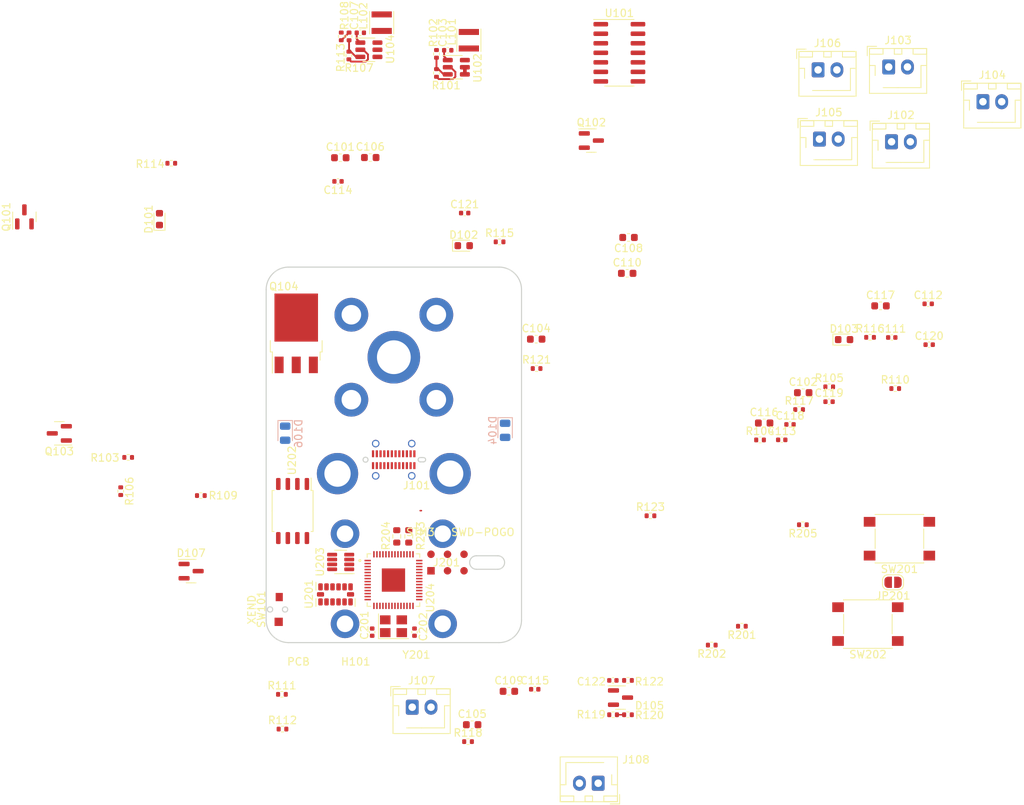
<source format=kicad_pcb>
(kicad_pcb (version 20211014) (generator pcbnew)
  (layers (0 "F.Cu" signal) (31 "B.Cu" signal) (34 "B.Paste" user) (35 "F.Paste" user) (36 "B.SilkS" user "B.Silkscreen") (37 "F.SilkS" user "F.Silkscreen") (38 "B.Mask" user) (39 "F.Mask" user) (44 "Edge.Cuts" user))
  (net 0 "")
  (net 1 "VBUS")
  (net 2 "GND")
  (net 3 "Net-(C103-Pad1)")
  (net 4 "/5Vsw")
  (net 5 "+5V")
  (net 6 "Net-(C107-Pad1)")
  (net 7 "/3v3sw")
  (net 8 "+3V3")
  (net 9 "XEND")
  (net 10 "THERM0_MCU")
  (net 11 "XIN")
  (net 12 "XOUT")
  (net 13 "Net-(D101-Pad2)")
  (net 14 "Net-(D102-Pad2)")
  (net 15 "Net-(D103-Pad2)")
  (net 16 "LED")
  (net 17 "Net-(D104-Pad2)")
  (net 18 "Net-(D105-Pad3)")
  (net 19 "Net-(D106-Pad2)")
  (net 22 "USB_P")
  (net 23 "USB_M")
  (net 27 "PARTFAN")
  (net 28 "CAN_HI")
  (net 29 "CAN_LO")
  (net 30 "HEFAN")
  (net 31 "HEATER")
  (net 32 "THERM0")
  (net 33 "SWD")
  (net 34 "RUN")
  (net 36 "SWCLK")
  (net 37 "Net-(JP201-Pad1)")
  (net 38 "Net-(Q101-Pad1)")
  (net 39 "Net-(Q102-Pad1)")
  (net 40 "Net-(Q103-Pad1)")
  (net 41 "Net-(Q104-Pad1)")
  (net 42 "Net-(R101-Pad1)")
  (net 43 "Net-(R103-Pad1)")
  (net 44 "Net-(R105-Pad1)")
  (net 45 "Net-(R107-Pad1)")
  (net 46 "Net-(R108-Pad2)")
  (net 47 "Net-(R109-Pad1)")
  (net 48 "Net-(R111-Pad1)")
  (net 49 "Net-(R118-Pad2)")
  (net 50 "Net-(R203-Pad1)")
  (net 51 "Net-(R204-Pad1)")
  (net 52 "Net-(R205-Pad2)")
  (net 53 "QSPI_SCLK")
  (net 54 "HEFAN_MCU")
  (net 55 "PARTFAN_MCU")
  (net 56 "LED_MCU")
  (net 57 "HEATER_MCU")
  (net 59 "SPI1_CS_ADXL")
  (net 60 "ADXL_INT1")
  (net 64 "SPI1_RX")
  (net 65 "SPI1_TX")
  (net 66 "SPI1_SCK")
  (net 67 "QSPI_CS")
  (net 68 "QSPI_D1")
  (net 69 "QSPI_D2")
  (net 70 "QSPI_D0")
  (net 71 "QSPI_D3")
  (net 72 "CAN_TX")
  (net 73 "CAN_RX")
  (net 77 "Net-(U204-Pad23)")
  (net 78 "SWCWLK")
  (net 80 "UART0_TX")
  (net 81 "UART0_RX")
  (net 82 "I2C1_SDA")
  (net 83 "I2C1_SCLK")
  (footprint "Capacitor_SMD:C_0603_1608Metric" (layer "F.Cu") (at 141.605 59.7408)
    (fp_text reference "C110")
    (fp_text value "10uF")
  )
  (footprint "Resistor_SMD:R_0402_1005Metric" (layer "F.Cu") (at 104.5718 28.194 90)
    (fp_text reference "R108")
    (fp_text value "27k")
  )
  (footprint "Package_LGA:LGA-14_3x5mm_P0.8mm_LayoutBorder1x6y" (layer "F.Cu") (at 102.7684 102.489 -90)
    (fp_text reference "U201")
    (fp_text value "ADXL345")
  )
  (footprint "Connector_JST:JST_XH_B2B-XH-AM_1x02_P2.50mm_Vertical" (layer "F.Cu") (at 167.025 32.6474)
    (fp_text reference "J106")
    (fp_text value "HEFAN")
  )
  (footprint "Capacitor_SMD:C_0402_1005Metric" (layer "F.Cu") (at 181.8132 69.2404)
    (fp_text reference "C120")
    (fp_text value "0.1uF")
  )
  (footprint "LED_SMD:LED_0603_1608Metric" (layer "F.Cu") (at 170.4824 68.5634)
    (fp_text reference "D103")
    (fp_text value "LED")
  )
  (footprint "Capacitor_SMD:C_0603_1608Metric" (layer "F.Cu") (at 107.3912 44.323)
    (fp_text reference "C106")
    (fp_text value "10uF")
  )
  (footprint "Capacitor_SMD:C_0603_1608Metric" (layer "F.Cu") (at 175.3324 64.0734)
    (fp_text reference "C117")
    (fp_text value "10uF")
  )
  (footprint "Resistor_SMD:R_0603_1608Metric" (layer "F.Cu") (at 110.9218 94.7674 90)
    (fp_text reference "R204")
    (fp_text value "27R")
  )
  (footprint "Capacitor_SMD:C_0402_1005Metric" (layer "F.Cu") (at 103.0986 47.498 180)
    (fp_text reference "C114")
    (fp_text value "0.1uF")
  )
  (footprint "Capacitor_SMD:C_0402_1005Metric" (layer "F.Cu") (at 163.2824 79.8634)
    (fp_text reference "C118")
    (fp_text value "1uF")
  )
  (footprint "Package_TO_SOT_SMD:SOT-23" (layer "F.Cu") (at 83.5406 99.3902)
    (fp_text reference "D107")
    (fp_text value "3V3")
  )
  (footprint "Capacitor_SMD:C_0603_1608Metric" (layer "F.Cu") (at 159.8424 79.6734)
    (fp_text reference "C116")
    (fp_text value "10uF")
  )
  (footprint "Connector_JST:JST_XH_B2B-XH-AM_1x02_P2.50mm_Vertical" (layer "F.Cu") (at 167.2028 41.8676)
    (fp_text reference "J105")
    (fp_text value "CANBUS")
  )
  (footprint "matei:918-418K2022Y40004" (layer "F.Cu") (at 110.5154 84.5566)
    (fp_text reference "J101")
    (fp_text value "918-418K2022Y40004" hide)
    (fp_line (start 3.96 -0.29) (end 3.54 -0.29) (layer "Edge.Cuts") (width 0.15))
    (fp_line (start 3.54 0.29) (end 3.96 0.29) (layer "Edge.Cuts") (width 0.15))
    (fp_arc (start 3.54 0.29) (mid 3.25 0) (end 3.54 -0.29) (layer "Edge.Cuts") (width 0.15))
    (fp_arc (start 3.96 -0.29) (mid 4.25 0) (end 3.96 0.29) (layer "Edge.Cuts") (width 0.15))
    (fp_circle (center -3.75 0) (end -4.08 0) (layer "Edge.Cuts") (width 0.15) (fill none))
  )
  (footprint "Resistor_SMD:R_0402_1005Metric" (layer "F.Cu") (at 116.2105 33.0606 -90)
    (fp_text reference "R101")
    (fp_text value "10k")
  )
  (footprint "Package_TO_SOT_SMD:SOT-23" (layer "F.Cu") (at 140.716 116.2304)
    (fp_text reference "D105")
    (fp_text value "BAV99")
  )
  (footprint "Resistor_SMD:R_0402_1005Metric" (layer "F.Cu") (at 141.7066 118.5164 180)
    (fp_text reference "R120")
    (fp_text value "2.4k")
  )
  (footprint "Capacitor_SMD:C_0603_1608Metric" (layer "F.Cu") (at 141.7828 54.9656 180)
    (fp_text reference "C108")
    (fp_text value "10uF")
  )
  (footprint "Resistor_SMD:R_0402_1005Metric" (layer "F.Cu") (at 159.2924 81.9234)
    (fp_text reference "R104")
    (fp_text value "10k")
  )
  (footprint "Resistor_SMD:R_0402_1005Metric" (layer "F.Cu") (at 156.8748 106.7306 180)
    (fp_text reference "R201")
    (fp_text value "120R")
  )
  (footprint "Package_SO:SOIC-14_3.9x8.7mm_P1.27mm" (layer "F.Cu") (at 140.5636 30.3784)
    (fp_text reference "U101")
    (fp_text value "74LS125")
  )
  (footprint "Resistor_SMD:R_0402_1005Metric" (layer "F.Cu") (at 152.8648 109.2406 180)
    (fp_text reference "R202")
    (fp_text value "10k")
  )
  (footprint "LED_SMD:LED_0603_1608Metric" (layer "F.Cu") (at 79.3242 52.5272 90)
    (fp_text reference "D101")
    (fp_text value "LED")
  )
  (footprint "Package_SO:SOIC-8_5.23x5.23mm_P1.27mm" (layer "F.Cu") (at 97.0534 91.3892 -90)
    (fp_text reference "U202")
    (fp_text value "W25Q32JVSS")
  )
  (footprint "Crystal:Crystal_SMD_3225-4Pin_3.2x2.5mm" (layer "F.Cu") (at 110.49 106.7308)
    (fp_text reference "Y201")
    (fp_text value "12MHz")
  )
  (footprint "Capacitor_SMD:C_0402_1005Metric" (layer "F.Cu") (at 139.7 113.9444)
    (fp_text reference "C122")
    (fp_text value "0.1uF")
  )
  (footprint "Package_TO_SOT_SMD:TO-252-3_TabPin2" (layer "F.Cu") (at 97.537 67.7322 90)
    (fp_text reference "Q104")
    (fp_text value "NCE6020AK")
  )
  (footprint "Resistor_SMD:R_0402_1005Metric" (layer "F.Cu") (at 144.7038 92.0242)
    (fp_text reference "R123")
    (fp_text value "1k")
  )
  (footprint "Resistor_SMD:R_0402_1005Metric" (layer "F.Cu") (at 141.7066 113.9444)
    (fp_text reference "R122")
    (fp_text value "2.4k")
  )
  (footprint "matei:SWD_pogo_landing" (layer "F.Cu") (at 117.6799 98.2472 90)
    (fp_text reference "J201")
    (fp_text value "STM32-SWD-POGO")
    (fp_line (start -0.9 3.85) (end -0.9 6.7) (layer "Edge.Cuts") (width 0.15))
    (fp_line (start 0.9 6.7) (end 0.9 3.85) (layer "Edge.Cuts") (width 0.15))
    (fp_arc (start 0.9 6.7) (mid 0 7.6) (end -0.9 6.7) (layer "Edge.Cuts") (width 0.15))
    (fp_arc (start -0.9 3.85) (mid 0 2.95) (end 0.9 3.85) (layer "Edge.Cuts") (width 0.15))
  )
  (footprint "matei:QFN40P700X700X90-57N" (layer "F.Cu") (at 110.4831 100.584)
    (fp_text reference "U204")
    (fp_text value "RP2040")
  )
  (footprint "Package_TO_SOT_SMD:SOT-23-6" (layer "F.Cu") (at 118.8521 32.2986)
    (fp_text reference "U102")
    (fp_text value "RY8310")
  )
  (footprint "Resistor_SMD:R_0402_1005Metric" (layer "F.Cu") (at 164.4924 77.8834)
    (fp_text reference "R117")
    (fp_text value "24k")
  )
  (footprint "Capacitor_SMD:C_0603_1608Metric" (layer "F.Cu") (at 125.8524 115.3934)
    (fp_text reference "C109")
    (fp_text value "10uF")
  )
  (footprint "Capacitor_SMD:C_0603_1608Metric" (layer "F.Cu") (at 165.0424 75.6334)
    (fp_text reference "C102")
    (fp_text value "10uF")
  )
  (footprint "Package_TO_SOT_SMD:SOT-23-6" (layer "F.Cu") (at 107.2134 29.972)
    (fp_text reference "U104")
    (fp_text value "RY8310")
  )
  (footprint "Resistor_SMD:R_0402_1005Metric" (layer "F.Cu") (at 173.9424 68.2634)
    (fp_text reference "R116")
    (fp_text value "DNP")
  )
  (footprint "Capacitor_SMD:C_0603_1608Metric" (layer "F.Cu") (at 103.4034 44.3484)
    (fp_text reference "C101")
    (fp_text value "10uF")
  )
  (footprint "Resistor_SMD:R_0402_1005Metric" (layer "F.Cu") (at 80.899 45.085)
    (fp_text reference "R114")
    (fp_text value "3.3k")
  )
  (footprint "LED_SMD:LED_0603_1608Metric" (layer "F.Cu") (at 119.8372 56.0578)
    (fp_text reference "D102")
    (fp_text value "LED")
  )
  (footprint "Resistor_SMD:R_0402_1005Metric" (layer "F.Cu") (at 95.7072 120.4214)
    (fp_text reference "R112")
    (fp_text value "10k")
  )
  (footprint "Resistor_SMD:R_0402_1005Metric" (layer "F.Cu") (at 104.5464 30.734 -90)
    (fp_text reference "R107")
    (fp_text value "10k")
  )
  (footprint "Resistor_SMD:R_0402_1005Metric" (layer "F.Cu") (at 75.1586 84.2518 180)
    (fp_text reference "R103")
    (fp_text value "120R")
  )
  (footprint "Capacitor_SMD:C_0402_1005Metric" (layer "F.Cu") (at 113.284 107.5182 -90)
    (fp_text reference "C202")
    (fp_text value "20pF")
  )
  (footprint "Capacitor_SMD:C_0603_1608Metric" (layer "F.Cu") (at 120.9624 119.8434)
    (fp_text reference "C105")
    (fp_text value "10uF")
  )
  (footprint "Resistor_SMD:R_0402_1005Metric" (layer "F.Cu") (at 164.9984 93.218 180)
    (fp_text reference "R205")
    (fp_text value "1k")
  )
  (footprint "Resistor_SMD:R_0402_1005Metric" (layer "F.Cu") (at 168.5024 74.8534)
    (fp_text reference "R105")
    (fp_text value "120R")
  )
  (footprint "Resistor_SMD:R_0402_1005Metric" (layer "F.Cu") (at 120.4124 122.0934)
    (fp_text reference "R118")
    (fp_text value "120R")
  )
  (footprint "Connector_JST:JST_XH_B2B-XH-AM_1x02_P2.50mm_Vertical" (layer "F.Cu") (at 188.9706 36.8892)
    (fp_text reference "J104")
    (fp_text value "PARTFAN_B")
  )
  (footprint "Capacitor_SMD:C_0402_1005Metric" (layer "F.Cu") (at 107.6452 107.5182 -90)
    (fp_text reference "C201")
    (fp_text value "20pF" hide)
  )
  (footprint "Capacitor_SMD:C_0402_1005Metric" (layer "F.Cu") (at 129.2924 115.1234)
    (fp_text reference "C115")
    (fp_text value "0.1uF")
  )
  (footprint "Package_TO_SOT_SMD:SOT-23" (layer "F.Cu") (at 65.9892 81.0514 180)
    (fp_text reference "Q103")
    (fp_text value "AO3400A")
  )
  (footprint "Capacitor_SMD:C_0402_1005Metric" (layer "F.Cu") (at 119.9642 51.7144)
    (fp_text reference "C121")
    (fp_text value "0.1uF")
  )
  (footprint "Capacitor_SMD:C_0603_1608Metric" (layer "F.Cu") (at 129.4892 68.5038)
    (fp_text reference "C104")
    (fp_text value "10uF")
  )
  (footprint "Button_Switch_SMD:SW_Push_1P1T_NO_6x6mm_H9.5mm" (layer "F.Cu") (at 173.6548 106.4456 180)
    (fp_text reference "SW202")
    (fp_text value "BOOTSEL")
  )
  (footprint "Capacitor_SMD:C_0402_1005Metric" (layer "F.Cu") (at 117.7091 30.038)
    (fp_text reference "C103")
    (fp_text value "0.1uF")
  )
  (footprint "Package_TO_SOT_SMD:SOT-23" (layer "F.Cu") (at 136.8298 42.0624)
    (fp_text reference "Q102")
    (fp_text value "AO3400A")
  )
  (footprint "Resistor_SMD:R_0402_1005Metric" (layer "F.Cu") (at 129.54 72.4154)
    (fp_text reference "R121")
    (fp_text value "1k")
  )
  (footprint "Resistor_SMD:R_0402_1005Metric" (layer "F.Cu") (at 95.631 115.7986)
    (fp_text reference "R111")
    (fp_text value "120R")
  )
  (footprint "matei:D3SH-boss" (layer "F.Cu") (at 96.8502 104.4956 90)
    (fp_text reference "SW101")
    (fp_text value "XEND")
    (fp_circle (center 0 -0.8) (end -0.35 -0.8) (layer "Edge.Cuts") (width 0.15) (fill none))
    (fp_circle (center 0 -2.8) (end -0.35 -2.8) (layer "Edge.Cuts") (width 0.15) (fill none))
  )
  (footprint "Resistor_SMD:R_0402_1005Metric" (layer "F.Cu") (at 124.6124 55.5498)
    (fp_text reference "R115")
    (fp_text value "5.1k")
  )
  (footprint "Package_TO_SOT_SMD:SOT-23" (layer "F.Cu") (at 61.341 52.2224 90)
    (fp_text reference "Q101")
    (fp_text value "AO3400A")
  )
  (footprint "Resistor_SMD:R_0402_1005Metric" (layer "F.Cu") (at 139.7254 118.5164)
    (fp_text reference "R119")
    (fp_text value "4.7k")
  )
  (footprint "Resistor_SMD:R_0402_1005Metric" (layer "F.Cu") (at 74.168 88.7476 -90)
    (fp_text reference "R106")
    (fp_text value "10k")
  )
  (footprint "Jumper:SolderJumper-2_P1.3mm_Open_RoundedPad1.0x1.5mm" (layer "F.Cu") (at 177.0048 100.8806 180)
    (fp_text reference "JP201")
    (fp_text value "node term")
  )
  (footprint "Resistor_SMD:R_0402_1005Metric" (layer "F.Cu") (at 103.5304 28.194 90)
    (fp_text reference "R113")
    (fp_text value "3.9k")
  )
  (footprint "Capacitor_SMD:C_0402_1005Metric" (layer "F.Cu") (at 181.6824 63.8034)
    (fp_text reference "C112")
    (fp_text value "0.1uF")
  )
  (footprint "Capacitor_SMD:C_0402_1005Metric" (layer "F.Cu") (at 162.1824 81.9134)
    (fp_text reference "C113")
    (fp_text value "1uF")
  )
  (footprint "matei:v0-carriage-board" (layer "F.Cu") (at 110.5338 108.9108)
    (fp_text reference "H101")
    (fp_text value "PCB")
    (fp_line (start -14 -50) (end 14 -50) (layer "Edge.Cuts") (width 0.15))
    (fp_line (start 14 0) (end -14 0) (layer "Edge.Cuts") (width 0.15))
    (fp_line (start -17 -3) (end -17 -47) (layer "Edge.Cuts") (width 0.15))
    (fp_line (start 17 -47) (end 17 -3) (layer "Edge.Cuts") (width 0.15))
    (fp_arc (start -14 0) (mid -16.12132 -0.87868) (end -17 -3) (layer "Edge.Cuts") (width 0.15))
    (fp_arc (start 17 -3) (mid 16.12132 -0.87868) (end 14 0) (layer "Edge.Cuts") (width 0.15))
    (fp_arc (start -17 -47) (mid -16.12132 -49.12132) (end -14 -50) (layer "Edge.Cuts") (width 0.15))
    (fp_arc (start 14 -50) (mid 16.12132 -49.12132) (end 17 -47) (layer "Edge.Cuts") (width 0.15))
  )
  (footprint "Resistor_SMD:R_0603_1608Metric" (layer "F.Cu") (at 112.522 94.7674 90)
    (fp_text reference "R203")
    (fp_text value "27R")
  )
  (footprint "Connector_JST:JST_XH_B2B-XH-AM_1x02_P2.50mm_Vertical" (layer "F.Cu") (at 176.804 42.2232)
    (fp_text reference "J102")
    (fp_text value "POWER")
  )
  (footprint "Capacitor_SMD:C_0402_1005Metric" (layer "F.Cu") (at 106.0704 27.7114)
    (fp_text reference "C107")
    (fp_text value "0.1uF")
  )
  (footprint "Button_Switch_SMD:SW_Push_1P1T_NO_6x6mm_H9.5mm" (layer "F.Cu") (at 177.8548 95.0756 180)
    (fp_text reference "SW201")
    (fp_text value "RESET")
  )
  (footprint "Connector_JST:JST_XH_B2B-XH-AM_1x02_P2.50mm_Vertical" (layer "F.Cu") (at 112.9824 117.5134)
    (fp_text reference "J107")
    (fp_text value "HEATER")
  )
  (footprint "Inductor_SMD:L_Taiyo-Yuden_NR-30xx" (layer "F.Cu") (at 108.9152 26.3652 90)
    (fp_text reference "L102")
    (fp_text value "4.7uH")
  )
  (footprint "Capacitor_SMD:C_0402_1005Metric" (layer "F.Cu") (at 168.4824 76.8334)
    (fp_text reference "C119")
    (fp_text value "1uF")
  )
  (footprint "Package_TO_SOT_SMD:SOT-23-8" (layer "F.Cu") (at 103.4542 98.171 180)
    (fp_text reference "U203")
    (fp_text value "MAX3051")
  )
  (footprint "Resistor_SMD:R_0402_1005Metric" (layer "F.Cu") (at 116.2105 30.5206 90)
    (fp_text reference "R102")
    (fp_text value "51k")
  )
  (footprint "Connector_JST:JST_XH_B2B-XH-AM_1x02_P2.50mm_Vertical" (layer "F.Cu") (at 176.423 32.2664)
    (fp_text reference "J103")
    (fp_text value "PARTFAN_A")
  )
  (footprint "Capacitor_SMD:C_0402_1005Metric" (layer "F.Cu") (at 176.8324 68.2834)
    (fp_text reference "C111")
    (fp_text value "1uF")
  )
  (footprint "Connector_JST:JST_XH_B2B-XH-AM_1x02_P2.50mm_Vertical" (layer "F.Cu") (at 137.7442 127.635 180)
    (fp_text reference "J108")
    (fp_text value "THERM0")
  )
  (footprint "Resistor_SMD:R_0402_1005Metric" (layer "F.Cu") (at 177.292 75.0824)
    (fp_text reference "R110")
    (fp_text value "10k")
  )
  (footprint "Resistor_SMD:R_0402_1005Metric" (layer "F.Cu") (at 84.836 89.3318 180)
    (fp_text reference "R109")
    (fp_text value "120R")
  )
  (footprint "Inductor_SMD:L_Taiyo-Yuden_NR-30xx" (layer "F.Cu") (at 120.523 28.702 90)
    (fp_text reference "L101")
    (fp_text value "4.7uH")
  )
  (footprint "LED_SMD:LED_0805_2012Metric" (layer "B.Cu") (at 125.349 80.645 -90)
    (fp_text reference "D104")
    (fp_text value "LED")
  )
  (footprint "LED_SMD:LED_0805_2012Metric" (layer "B.Cu") (at 96.0628 81.026 -90)
    (fp_text reference "D106")
    (fp_text value "LED")
  )
  (segment (start 119.9896 32.2986) (end 119.9896 33.2486) (width 0.5) (layer "F.Cu") (net 1))
  (segment (start 106.0759 29.972) (end 106.460151 29.972) (width 0.25) (layer "F.Cu") (net 2))
  (segment (start 117.7146 32.2986) (end 118.098851 32.2986) (width 0.25) (layer "F.Cu") (net 2))
  (segment (start 118.098851 32.2986) (end 118.7251 32.924849) (width 0.25) (layer "F.Cu") (net 2))
  (segment (start 107.0864 31.245751) (end 106.785351 31.5468) (width 0.25) (layer "F.Cu") (net 2))
  (segment (start 116.5135 33.8736) (end 116.2105 33.5706) (width 0.25) (layer "F.Cu") (net 2))
  (segment (start 118.7251 33.572351) (end 118.423851 33.8736) (width 0.25) (layer "F.Cu") (net 2))
  (segment (start 104.8492 31.5468) (end 104.5464 31.244) (width 0.25) (layer "F.Cu") (net 2))
  (segment (start 118.7251 32.924849) (end 118.7251 33.572351) (width 0.25) (layer "F.Cu") (net 2))
  (segment (start 118.423851 33.8736) (end 116.5135 33.8736) (width 0.25) (layer "F.Cu") (net 2))
  (segment (start 106.460151 29.972) (end 107.0864 30.598249) (width 0.25) (layer "F.Cu") (net 2))
  (segment (start 107.0864 30.598249) (end 107.0864 31.245751) (width 0.25) (layer "F.Cu") (net 2))
  (segment (start 106.785351 31.5468) (end 104.8492 31.5468) (width 0.25) (layer "F.Cu") (net 2))
  (segment (start 117.2291 30.8631) (end 117.7146 31.3486) (width 0.25) (layer "F.Cu") (net 3))
  (segment (start 117.2291 30.038) (end 117.2291 30.8631) (width 0.25) (layer "F.Cu") (net 3))
  (segment (start 106.0759 29.022) (end 105.5904 28.5365) (width 0.25) (layer "F.Cu") (net 6))
  (segment (start 105.5904 28.5365) (end 105.5904 27.7114) (width 0.25) (layer "F.Cu") (net 6))
  (segment (start 140.2354 118.5164) (end 141.1966 118.5164) (width 0.2) (layer "F.Cu") (net 32))
  (segment (start 116.4625 32.5506) (end 117.1605 33.2486) (width 0.25) (layer "F.Cu") (net 42))
  (segment (start 116.2105 31.0306) (end 116.2105 32.5506) (width 0.25) (layer "F.Cu") (net 42))
  (segment (start 117.1605 33.2486) (end 117.7146 33.2486) (width 0.25) (layer "F.Cu") (net 42))
  (segment (start 116.2105 32.5506) (end 116.4625 32.5506) (width 0.25) (layer "F.Cu") (net 42))
  (segment (start 104.5718 28.704) (end 104.5718 30.1986) (width 0.25) (layer "F.Cu") (net 45))
  (segment (start 105.4964 30.922) (end 106.0759 30.922) (width 0.25) (layer "F.Cu") (net 45))
  (segment (start 104.5464 30.224) (end 104.7984 30.224) (width 0.25) (layer "F.Cu") (net 45))
  (segment (start 104.5718 30.1986) (end 104.5464 30.224) (width 0.25) (layer "F.Cu") (net 45))
  (segment (start 104.7984 30.224) (end 105.4964 30.922) (width 0.25) (layer "F.Cu") (net 45))
  (segment (start 103.5518 28.704) (end 104.5718 27.684) (width 0.25) (layer "F.Cu") (net 46))
  (segment (start 103.5304 28.704) (end 103.5518 28.704) (width 0.25) (layer "F.Cu") (net 46))
  (segment (start 114.0392 91.3384) (end 114.205596 91.3384) (width 0.2) (layer "F.Cu") (net 53))
)
</source>
